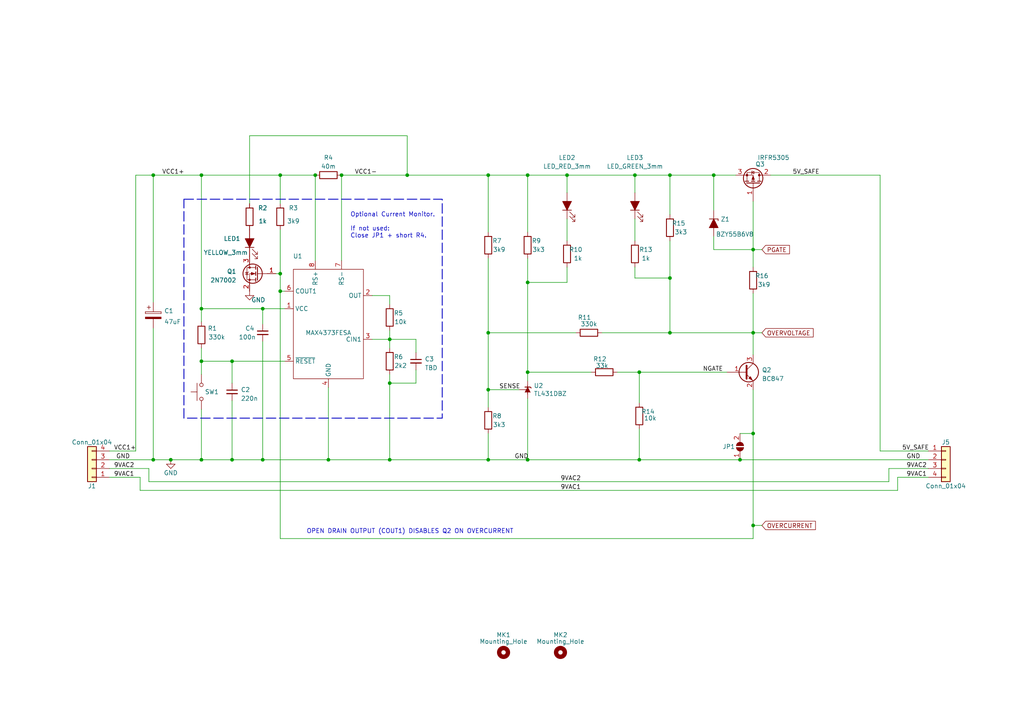
<source format=kicad_sch>
(kicad_sch (version 20230121) (generator eeschema)
  (paper "A4")
  (title_block (title "C64 Saver OCP") (date "2023-04-02") (rev "0.1"))
  (lib_symbols
    (symbol "C64Saver2-rescue:CP" (pin_numbers hide) (pin_names (offset 0.254))
      (property "Reference" "C" (at 0.635 2.54 0))
      (property "Value" "CP" (at 0.635 -2.54 0))
      (symbol "CP_0_1"
        (rectangle (start -2.286 0.508) (end -2.286 1.016))
        (rectangle (start -2.286 0.508) (end 2.286 0.508))
        (polyline (pts (xy -1.778 2.286) (xy -0.762 2.286)))
        (polyline (pts (xy -1.27 2.794) (xy -1.27 1.778)))
        (rectangle (start 2.286 -0.508) (end -2.286 -1.016) (fill (type outline)))
        (rectangle (start 2.286 1.016) (end -2.286 1.016))
        (rectangle (start 2.286 1.016) (end 2.286 0.508))
      )
      (symbol "CP_1_1"
        (pin passive line (at 0 3.81 270) (length 2.794) (name "~") (number "1"))
        (pin passive line (at 0 -3.81 90) (length 2.794) (name "~") (number "2"))
      )
    )
    (symbol "C64Saver2-rescue:Conn_01x04" (pin_names (offset 1.016) hide)
      (property "Reference" "J" (at 0 5.08 0))
      (property "Value" "Conn_01x04" (at 0 -7.62 0))
      (symbol "Conn_01x04_1_1"
        (rectangle (start -1.27 -4.953) (end 0 -5.207) (stroke (width 0.1524)))
        (rectangle (start -1.27 -2.413) (end 0 -2.667) (stroke (width 0.1524)))
        (rectangle (start -1.27 0.127) (end 0 -0.127) (stroke (width 0.1524)))
        (rectangle (start -1.27 2.667) (end 0 2.413) (stroke (width 0.1524)))
        (rectangle (start -1.27 3.81) (end 1.27 -6.35) (stroke (width 0.254)) (fill (type background)))
        (pin passive line (at -5.08 2.54 0) (length 3.81) (name "Pin_1") (number "1"))
        (pin passive line (at -5.08 0 0) (length 3.81) (name "Pin_2") (number "2"))
        (pin passive line (at -5.08 -2.54 0) (length 3.81) (name "Pin_3") (number "3"))
        (pin passive line (at -5.08 -5.08 0) (length 3.81) (name "Pin_4") (number "4"))
      )
    )
    (symbol "C64Saver2-rescue:D_Zener_ALT-Device" (pin_numbers hide) (pin_names (offset 1.016) hide)
      (property "Reference" "D" (at 0 2.54 0))
      (property "Value" "Device_D_Zener_ALT" (at 0 -2.54 0))
      (symbol "D_Zener_ALT-Device_0_1"
        (polyline (pts (xy 1.27 0) (xy -1.27 0)))
        (polyline (pts (xy -1.27 -1.27) (xy -1.27 1.27) (xy -0.762 1.27)) (stroke (width 0.2032)))
        (polyline (pts (xy 1.27 -1.27) (xy 1.27 1.27) (xy -1.27 0) (xy 1.27 -1.27)) (stroke (width 0.2032)) (fill (type outline)))
      )
      (symbol "D_Zener_ALT-Device_1_1"
        (pin passive line (at -3.81 0 0) (length 2.54) (name "K") (number "1"))
        (pin passive line (at 3.81 0 180) (length 2.54) (name "A") (number "2"))
      )
    )
    (symbol "C64Saver2-rescue:LED_ALT-Device" (pin_numbers hide) (pin_names (offset 1.016) hide)
      (property "Reference" "D" (at 0 2.54 0))
      (property "Value" "Device_LED_ALT" (at 0 -2.54 0))
      (symbol "LED_ALT-Device_0_1"
        (polyline (pts (xy -1.27 -1.27) (xy -1.27 1.27)) (stroke (width 0.2032)))
        (polyline (pts (xy -1.27 0) (xy 1.27 0)))
        (polyline (pts (xy 1.27 -1.27) (xy 1.27 1.27) (xy -1.27 0) (xy 1.27 -1.27)) (stroke (width 0.2032)) (fill (type outline)))
        (polyline (pts (xy -3.048 -0.762) (xy -4.572 -2.286) (xy -3.81 -2.286) (xy -4.572 -2.286) (xy -4.572 -1.524)))
        (polyline (pts (xy -1.778 -0.762) (xy -3.302 -2.286) (xy -2.54 -2.286) (xy -3.302 -2.286) (xy -3.302 -1.524)))
      )
      (symbol "LED_ALT-Device_1_1"
        (pin passive line (at -3.81 0 0) (length 2.54) (name "K") (number "1"))
        (pin passive line (at 3.81 0 180) (length 2.54) (name "A") (number "2"))
      )
    )
    (symbol "C64Saver2-rescue:MAX4373"
      (property "Reference" "U" (at 0 0 0))
      (symbol "MAX4373_0_1"
        (rectangle (start -10.16 17.78) (end 10.16 -13.97))
      )
      (symbol "MAX4373_1_1"
        (pin input line (at -12.7 6.35 0) (length 2.54) (name "VCC") (number "1"))
        (pin input line (at 12.7 10.16 180) (length 2.54) (name "OUT") (number "2"))
        (pin input line (at 12.7 -2.54 180) (length 2.54) (name "CIN1") (number "3"))
        (pin input line (at 0 -16.51 90) (length 2.54) (name "GND") (number "4"))
        (pin input line (at -12.7 -8.89 0) (length 2.54) (name "~{RESET}") (number "5"))
        (pin input line (at -12.7 11.43 0) (length 2.54) (name "COUT1") (number "6"))
        (pin input line (at 3.81 20.32 270) (length 2.54) (name "RS-") (number "7"))
        (pin input line (at -3.81 20.32 270) (length 2.54) (name "RS+") (number "8"))
      )
    )
    (symbol "C64Saver2-rescue:Mounting_Hole" (pin_names (offset 1.016))
      (property "Reference" "MK" (at 0 5.08 0))
      (property "Value" "Mounting_Hole" (at 0 3.175 0))
      (symbol "Mounting_Hole_0_1"
        (circle (center 0 0) (radius 1.27) (stroke (width 1.27)))
      )
    )
    (symbol "C64Saver2-rescue:Q_PMOS_GDS" (pin_names (offset 0) hide)
      (property "Reference" "Q" (at 5.08 1.27 0))
      (property "Value" "Q_PMOS_GDS" (at 5.08 -1.27 0))
      (symbol "Q_PMOS_GDS_0_1"
        (polyline (pts (xy 0.0508 0) (xy 0.254 0)))
        (polyline (pts (xy 0.762 -1.778) (xy 2.54 -1.778)))
        (polyline (pts (xy 0.762 -1.27) (xy 0.762 -2.286)) (stroke (width 0.254)))
        (polyline (pts (xy 0.762 0) (xy 2.54 0)))
        (polyline (pts (xy 0.762 0.508) (xy 0.762 -0.508)) (stroke (width 0.254)))
        (polyline (pts (xy 0.762 1.778) (xy 2.54 1.778)))
        (polyline (pts (xy 0.762 2.286) (xy 0.762 1.27)) (stroke (width 0.254)))
        (polyline (pts (xy 2.54 -1.778) (xy 2.54 -2.54)))
        (polyline (pts (xy 2.54 -1.778) (xy 2.54 0)))
        (polyline (pts (xy 2.54 2.54) (xy 2.54 1.778)))
        (polyline (pts (xy 0.254 1.905) (xy 0.254 -1.905) (xy 0.254 -1.905)) (stroke (width 0.254)))
        (polyline (pts (xy 2.286 0) (xy 1.27 -0.381) (xy 1.27 0.381) (xy 2.286 0)) (fill (type outline)))
        (polyline (pts (xy 2.54 -1.778) (xy 3.302 -1.778) (xy 3.302 1.778) (xy 2.54 1.778)))
        (polyline (pts (xy 2.794 -0.508) (xy 2.921 -0.381) (xy 3.683 -0.381) (xy 3.81 -0.254)))
        (polyline (pts (xy 3.302 -0.381) (xy 2.921 0.254) (xy 3.683 0.254) (xy 3.302 -0.381)))
        (circle (center 1.651 0) (radius 2.8194) (stroke (width 0.254)))
        (circle (center 2.54 -1.778) (radius 0.2794) (fill (type outline)))
        (circle (center 2.54 1.778) (radius 0.2794) (fill (type outline)))
      )
      (symbol "Q_PMOS_GDS_1_1"
        (pin input line (at -5.08 0 0) (length 5.08) (name "G") (number "1"))
        (pin passive line (at 2.54 5.08 270) (length 2.54) (name "D") (number "2"))
        (pin passive line (at 2.54 -5.08 90) (length 2.54) (name "S") (number "3"))
      )
    )
    (symbol "C64Saver2-rescue:R" (pin_numbers hide) (pin_names (offset 0))
      (property "Reference" "R" (at 2.032 0 90))
      (property "Value" "R" (at 0 0 90))
      (symbol "R_0_1"
        (rectangle (start -1.016 -2.54) (end 1.016 2.54) (stroke (width 0.254)))
      )
      (symbol "R_1_1"
        (pin passive line (at 0 3.81 270) (length 1.27) (name "~") (number "1"))
        (pin passive line (at 0 -3.81 90) (length 1.27) (name "~") (number "2"))
      )
    )
    (symbol "Device:C_Small" (pin_numbers hide) (pin_names (offset 0.254) hide)
      (property "Reference" "C" (at 0.254 1.778 0))
      (property "Value" "C_Small" (at 0.254 -2.032 0))
      (symbol "C_Small_0_1"
        (polyline (pts (xy -1.524 -0.508) (xy 1.524 -0.508)) (stroke (width 0.3302)))
        (polyline (pts (xy -1.524 0.508) (xy 1.524 0.508)) (stroke (width 0.3048)))
      )
      (symbol "C_Small_1_1"
        (pin passive line (at 0 2.54 270) (length 2.032) (name "~") (number "1"))
        (pin passive line (at 0 -2.54 90) (length 2.032) (name "~") (number "2"))
      )
    )
    (symbol "Jumper:SolderJumper_2_Open" (pin_names (offset 0) hide)
      (property "Reference" "JP" (at 0 2.032 0))
      (property "Value" "SolderJumper_2_Open" (at 0 -2.54 0))
      (symbol "SolderJumper_2_Open_0_1"
        (arc (start -0.254 1.016) (mid -1.2656 0) (end -0.254 -1.016))
        (arc (start -0.254 1.016) (mid -1.2656 0) (end -0.254 -1.016) (fill (type outline)))
        (polyline (pts (xy -0.254 1.016) (xy -0.254 -1.016)))
        (polyline (pts (xy 0.254 1.016) (xy 0.254 -1.016)))
        (arc (start 0.254 -1.016) (mid 1.2656 0) (end 0.254 1.016))
        (arc (start 0.254 -1.016) (mid 1.2656 0) (end 0.254 1.016) (fill (type outline)))
      )
      (symbol "SolderJumper_2_Open_1_1"
        (pin passive line (at -3.81 0 0) (length 2.54) (name "A") (number "1"))
        (pin passive line (at 3.81 0 180) (length 2.54) (name "B") (number "2"))
      )
    )
    (symbol "Reference_Voltage:TL431DBZ" (pin_numbers hide) (pin_names hide)
      (property "Reference" "U" (at -2.54 2.54 0))
      (property "Value" "TL431DBZ" (at 0 -2.54 0))
      (symbol "TL431DBZ_0_1"
        (polyline (pts (xy -1.27 0) (xy 0 0) (xy 1.27 0)))
        (polyline (pts (xy -0.762 0.762) (xy 0.762 0) (xy -0.762 -0.762)) (fill (type outline)))
        (polyline (pts (xy 0.508 -1.016) (xy 0.762 -0.762) (xy 0.762 0.762) (xy 0.762 0.762)) (stroke (width 0.254)))
      )
      (symbol "TL431DBZ_1_1"
        (pin passive line (at 2.54 0 180) (length 2.54) (name "K") (number "1"))
        (pin passive line (at 0 2.54 270) (length 2.54) (name "REF") (number "2"))
        (pin passive line (at -2.54 0 0) (length 2.54) (name "A") (number "3"))
      )
    )
    (symbol "Switch:SW_Push" (pin_numbers hide) (pin_names (offset 1.016) hide)
      (property "Reference" "SW" (at 1.27 2.54 0))
      (property "Value" "SW_Push" (at 0 -1.524 0))
      (symbol "SW_Push_0_1"
        (circle (center -2.032 0) (radius 0.508))
        (polyline (pts (xy 0 1.27) (xy 0 3.048)))
        (polyline (pts (xy 2.54 1.27) (xy -2.54 1.27)))
        (circle (center 2.032 0) (radius 0.508))
        (pin passive line (at -5.08 0 0) (length 2.54) (name "1") (number "1"))
        (pin passive line (at 5.08 0 180) (length 2.54) (name "2") (number "2"))
      )
    )
    (symbol "Transistor_BJT:BC847" (pin_names (offset 0) hide)
      (property "Reference" "Q" (at 5.08 1.905 0))
      (property "Value" "BC847" (at 5.08 0 0))
      (symbol "BC847_0_1"
        (polyline (pts (xy 0.635 0.635) (xy 2.54 2.54)))
        (polyline (pts (xy 0.635 -0.635) (xy 2.54 -2.54) (xy 2.54 -2.54)))
        (polyline (pts (xy 0.635 1.905) (xy 0.635 -1.905) (xy 0.635 -1.905)) (stroke (width 0.508)))
        (polyline (pts (xy 1.27 -1.778) (xy 1.778 -1.27) (xy 2.286 -2.286) (xy 1.27 -1.778) (xy 1.27 -1.778)) (fill (type outline)))
        (circle (center 1.27 0) (radius 2.8194) (stroke (width 0.254)))
      )
      (symbol "BC847_1_1"
        (pin input line (at -5.08 0 0) (length 5.715) (name "B") (number "1"))
        (pin passive line (at 2.54 -5.08 90) (length 2.54) (name "E") (number "2"))
        (pin passive line (at 2.54 5.08 270) (length 2.54) (name "C") (number "3"))
      )
    )
    (symbol "Transistor_FET:2N7002" (pin_names hide)
      (property "Reference" "Q" (at 5.08 1.905 0))
      (property "Value" "2N7002" (at 5.08 0 0))
      (symbol "2N7002_0_1"
        (polyline (pts (xy 0.254 0) (xy -2.54 0)))
        (polyline (pts (xy 0.254 1.905) (xy 0.254 -1.905)) (stroke (width 0.254)))
        (polyline (pts (xy 0.762 -1.27) (xy 0.762 -2.286)) (stroke (width 0.254)))
        (polyline (pts (xy 0.762 0.508) (xy 0.762 -0.508)) (stroke (width 0.254)))
        (polyline (pts (xy 0.762 2.286) (xy 0.762 1.27)) (stroke (width 0.254)))
        (polyline (pts (xy 2.54 2.54) (xy 2.54 1.778)))
        (polyline (pts (xy 2.54 -2.54) (xy 2.54 0) (xy 0.762 0)))
        (polyline (pts (xy 0.762 -1.778) (xy 3.302 -1.778) (xy 3.302 1.778) (xy 0.762 1.778)))
        (polyline (pts (xy 1.016 0) (xy 2.032 0.381) (xy 2.032 -0.381) (xy 1.016 0)) (fill (type outline)))
        (polyline (pts (xy 2.794 0.508) (xy 2.921 0.381) (xy 3.683 0.381) (xy 3.81 0.254)))
        (polyline (pts (xy 3.302 0.381) (xy 2.921 -0.254) (xy 3.683 -0.254) (xy 3.302 0.381)))
        (circle (center 1.651 0) (radius 2.794) (stroke (width 0.254)))
        (circle (center 2.54 -1.778) (radius 0.254) (fill (type outline)))
        (circle (center 2.54 1.778) (radius 0.254) (fill (type outline)))
      )
      (symbol "2N7002_1_1"
        (pin input line (at -5.08 0 0) (length 2.54) (name "G") (number "1"))
        (pin passive line (at 2.54 -5.08 90) (length 2.54) (name "S") (number "2"))
        (pin passive line (at 2.54 5.08 270) (length 2.54) (name "D") (number "3"))
      )
    )
    (symbol "power:GND" (power) (pin_names (offset 0))
      (property "Value" "GND" (at 0 -3.81 0))
      (symbol "GND_0_1"
        (polyline (pts (xy 0 0) (xy 0 -1.27) (xy 1.27 -1.27) (xy 0 -2.54) (xy -1.27 -1.27) (xy 0 -1.27)))
      )
      (symbol "GND_1_1"
        (pin power_in line (at 0 0 270) (length 0) hide (name "GND") (number "1"))
      )
    )
  )
  (junction (at 153.035 133.35))
  (junction (at 118.11 50.8))
  (junction (at 81.28 84.455))
  (junction (at 58.42 104.775))
  (junction (at 67.31 104.775))
  (junction (at 185.42 107.95))
  (junction (at 58.42 89.535))
  (junction (at 81.28 79.375))
  (junction (at 153.035 107.95))
  (junction (at 194.31 96.52))
  (junction (at 91.44 50.8))
  (junction (at 185.42 133.35))
  (junction (at 76.2 133.35))
  (junction (at 153.035 81.915))
  (junction (at 113.03 133.35))
  (junction (at 218.44 72.39))
  (junction (at 49.53 133.35))
  (junction (at 113.03 98.425))
  (junction (at 153.035 50.8))
  (junction (at 218.44 152.4))
  (junction (at 218.44 96.52))
  (junction (at 99.06 50.8))
  (junction (at 81.28 50.8))
  (junction (at 194.31 50.8))
  (junction (at 207.01 50.8))
  (junction (at 194.31 80.645))
  (junction (at 218.44 125.73))
  (junction (at 164.465 50.8))
  (junction (at 214.63 133.35))
  (junction (at 44.45 133.35))
  (junction (at 58.42 50.8))
  (junction (at 76.2 89.535))
  (junction (at 58.42 133.35))
  (junction (at 113.03 111.125))
  (junction (at 141.605 113.03))
  (junction (at 95.25 133.35))
  (junction (at 141.605 96.52))
  (junction (at 141.605 133.35))
  (junction (at 44.45 50.8))
  (junction (at 184.15 50.8))
  (junction (at 67.31 133.35))
  (junction (at 141.605 50.8))
  (wire (pts (xy 184.15 50.8) (xy 184.15 55.88)))
  (wire (pts (xy 31.75 138.43) (xy 40.64 138.43)))
  (wire (pts (xy 43.18 135.89) (xy 31.75 135.89)))
  (wire (pts (xy 113.03 98.425) (xy 113.03 100.965)))
  (wire (pts (xy 40.64 138.43) (xy 40.64 142.24)))
  (wire (pts (xy 255.27 130.81) (xy 269.24 130.81)))
  (wire (pts (xy 76.2 133.35) (xy 95.25 133.35)))
  (wire (pts (xy 31.75 133.35) (xy 44.45 133.35)))
  (wire (pts (xy 58.42 104.775) (xy 67.31 104.775)))
  (wire (pts (xy 81.28 50.8) (xy 91.44 50.8)))
  (wire (pts (xy 49.53 133.35) (xy 58.42 133.35)))
  (wire (pts (xy 141.605 74.93) (xy 141.605 96.52)))
  (wire (pts (xy 58.42 89.535) (xy 58.42 93.345)))
  (wire (pts (xy 120.65 111.125) (xy 113.03 111.125)))
  (wire (pts (xy 164.465 63.5) (xy 164.465 69.85)))
  (wire (pts (xy 255.27 50.8) (xy 255.27 130.81)))
  (wire (pts (xy 44.45 95.25) (xy 44.45 133.35)))
  (wire (pts (xy 184.15 50.8) (xy 194.31 50.8)))
  (wire (pts (xy 153.035 50.8) (xy 164.465 50.8)))
  (wire (pts (xy 44.45 50.8) (xy 58.42 50.8)))
  (wire (pts (xy 194.31 50.8) (xy 207.01 50.8)))
  (wire (pts (xy 257.81 139.7) (xy 257.81 135.89)))
  (wire (pts (xy 223.52 50.8) (xy 255.27 50.8)))
  (wire (pts (xy 39.37 50.8) (xy 44.45 50.8)))
  (wire (pts (xy 141.605 133.35) (xy 153.035 133.35)))
  (wire (pts (xy 58.42 89.535) (xy 76.2 89.535)))
  (wire (pts (xy 141.605 50.8) (xy 153.035 50.8)))
  (wire (pts (xy 174.625 96.52) (xy 194.31 96.52)))
  (wire (pts (xy 76.2 99.06) (xy 76.2 133.35)))
  (wire (pts (xy 76.2 89.535) (xy 82.55 89.535)))
  (wire (pts (xy 207.01 68.58) (xy 207.01 72.39)))
  (wire (pts (xy 39.37 50.8) (xy 39.37 130.81)))
  (wire (pts (xy 141.605 113.03) (xy 150.495 113.03)))
  (wire (pts (xy 58.42 50.8) (xy 81.28 50.8)))
  (wire (pts (xy 58.42 104.775) (xy 58.42 108.585)))
  (wire (pts (xy 218.44 156.21) (xy 218.44 152.4)))
  (wire (pts (xy 141.605 113.03) (xy 141.605 118.11)))
  (wire (pts (xy 153.035 115.57) (xy 153.035 133.35)))
  (wire (pts (xy 184.15 63.5) (xy 184.15 69.85)))
  (wire (pts (xy 67.31 133.35) (xy 76.2 133.35)))
  (wire (pts (xy 164.465 50.8) (xy 184.15 50.8)))
  (wire (pts (xy 80.01 79.375) (xy 81.28 79.375)))
  (wire (pts (xy 164.465 77.47) (xy 164.465 81.915)))
  (wire (pts (xy 141.605 50.8) (xy 141.605 67.31)))
  (wire (pts (xy 207.01 50.8) (xy 213.36 50.8)))
  (wire (pts (xy 58.42 118.745) (xy 58.42 133.35)))
  (wire (pts (xy 153.035 107.95) (xy 171.45 107.95)))
  (wire (pts (xy 81.28 50.8) (xy 81.28 59.055)))
  (wire (pts (xy 218.44 113.03) (xy 218.44 125.73)))
  (wire (pts (xy 95.25 133.35) (xy 113.03 133.35)))
  (wire (pts (xy 194.31 96.52) (xy 218.44 96.52)))
  (wire (pts (xy 141.605 133.35) (xy 141.605 125.73)))
  (wire (pts (xy 72.39 39.37) (xy 118.11 39.37)))
  (wire (pts (xy 185.42 116.84) (xy 185.42 107.95)))
  (wire (pts (xy 81.28 66.675) (xy 81.28 79.375)))
  (wire (pts (xy 58.42 133.35) (xy 67.31 133.35)))
  (wire (pts (xy 194.31 50.8) (xy 194.31 62.23)))
  (wire (pts (xy 207.01 50.8) (xy 207.01 60.96)))
  (wire (pts (xy 99.06 50.8) (xy 118.11 50.8)))
  (wire (pts (xy 218.44 96.52) (xy 218.44 102.87)))
  (wire (pts (xy 218.44 152.4) (xy 220.98 152.4)))
  (wire (pts (xy 214.63 133.35) (xy 269.24 133.35)))
  (wire (pts (xy 76.2 89.535) (xy 76.2 93.98)))
  (wire (pts (xy 207.01 72.39) (xy 218.44 72.39)))
  (wire (pts (xy 214.63 125.73) (xy 218.44 125.73)))
  (wire (pts (xy 44.45 133.35) (xy 49.53 133.35)))
  (wire (pts (xy 43.18 139.7) (xy 257.81 139.7)))
  (wire (pts (xy 218.44 96.52) (xy 220.98 96.52)))
  (wire (pts (xy 153.035 81.915) (xy 164.465 81.915)))
  (wire (pts (xy 141.605 96.52) (xy 141.605 113.03)))
  (wire (pts (xy 43.18 139.7) (xy 43.18 135.89)))
  (wire (pts (xy 120.65 107.315) (xy 120.65 111.125)))
  (wire (pts (xy 185.42 124.46) (xy 185.42 133.35)))
  (wire (pts (xy 153.035 81.915) (xy 153.035 107.95)))
  (wire (pts (xy 260.35 138.43) (xy 269.24 138.43)))
  (wire (pts (xy 218.44 152.4) (xy 218.44 125.73)))
  (wire (pts (xy 218.44 85.09) (xy 218.44 96.52)))
  (wire (pts (xy 194.31 69.85) (xy 194.31 80.645)))
  (wire (pts (xy 153.035 133.35) (xy 185.42 133.35)))
  (wire (pts (xy 72.39 59.055) (xy 72.39 39.37)))
  (wire (pts (xy 81.28 84.455) (xy 81.28 156.21)))
  (wire (pts (xy 113.03 111.125) (xy 113.03 133.35)))
  (wire (pts (xy 185.42 107.95) (xy 210.82 107.95)))
  (wire (pts (xy 39.37 130.81) (xy 31.75 130.81)))
  (wire (pts (xy 67.31 116.205) (xy 67.31 133.35)))
  (wire (pts (xy 184.15 80.645) (xy 194.31 80.645)))
  (wire (pts (xy 113.03 108.585) (xy 113.03 111.125)))
  (wire (pts (xy 67.31 104.775) (xy 82.55 104.775)))
  (wire (pts (xy 185.42 133.35) (xy 214.63 133.35)))
  (wire (pts (xy 120.65 102.235) (xy 120.65 98.425)))
  (wire (pts (xy 257.81 135.89) (xy 269.24 135.89)))
  (wire (pts (xy 58.42 100.965) (xy 58.42 104.775)))
  (wire (pts (xy 184.15 77.47) (xy 184.15 80.645)))
  (wire (pts (xy 99.06 50.8) (xy 99.06 75.565)))
  (wire (pts (xy 153.035 107.95) (xy 153.035 110.49)))
  (wire (pts (xy 107.95 98.425) (xy 113.03 98.425)))
  (wire (pts (xy 194.31 80.645) (xy 194.31 96.52)))
  (wire (pts (xy 95.25 112.395) (xy 95.25 133.35)))
  (wire (pts (xy 120.65 98.425) (xy 113.03 98.425)))
  (wire (pts (xy 118.11 50.8) (xy 141.605 50.8)))
  (wire (pts (xy 81.28 84.455) (xy 82.55 84.455)))
  (wire (pts (xy 113.03 85.725) (xy 107.95 85.725)))
  (wire (pts (xy 44.45 50.8) (xy 44.45 87.63)))
  (wire (pts (xy 113.03 133.35) (xy 141.605 133.35)))
  (wire (pts (xy 141.605 96.52) (xy 167.005 96.52)))
  (wire (pts (xy 260.35 142.24) (xy 260.35 138.43)))
  (wire (pts (xy 40.64 142.24) (xy 260.35 142.24)))
  (wire (pts (xy 67.31 104.775) (xy 67.31 111.125)))
  (wire (pts (xy 118.11 39.37) (xy 118.11 50.8)))
  (wire (pts (xy 81.28 79.375) (xy 81.28 84.455)))
  (wire (pts (xy 113.03 95.885) (xy 113.03 98.425)))
  (wire (pts (xy 218.44 72.39) (xy 218.44 77.47)))
  (wire (pts (xy 153.035 50.8) (xy 153.035 67.31)))
  (wire (pts (xy 164.465 50.8) (xy 164.465 55.88)))
  (wire (pts (xy 179.07 107.95) (xy 185.42 107.95)))
  (wire (pts (xy 113.03 88.265) (xy 113.03 85.725)))
  (wire (pts (xy 58.42 50.8) (xy 58.42 89.535)))
  (wire (pts (xy 81.28 156.21) (xy 218.44 156.21)))
  (wire (pts (xy 218.44 72.39) (xy 220.98 72.39)))
  (wire (pts (xy 91.44 50.8) (xy 91.44 75.565)))
  (wire (pts (xy 153.035 74.93) (xy 153.035 81.915)))
  (wire (pts (xy 218.44 58.42) (xy 218.44 72.39)))
  (rectangle (start 53.34 57.785) (end 128.27 121.285) (stroke (width 0.254) (type dash)))
  (text "OPEN DRAIN OUTPUT (COUT1) DISABLES Q2 ON OVERCURRENT" (at 88.9 154.94 0) (effects (font (size 1.27 1.27)) (justify left bottom)))
  (text "Optional Current Monitor.\n\nIf not used:\nClose JP1 + short R4." (at 101.6 69.215 0) (effects (font (size 1.27 1.27)) (justify left bottom)))
  (label "NGATE" (at 203.835 107.95 0) (effects (font (size 1.2446 1.2446))))
  (label "9VAC2" (at 33.02 135.89 0) (effects (font (size 1.2446 1.2446))))
  (label "9VAC1" (at 162.56 142.24 0) (effects (font (size 1.2446 1.2446))))
  (label "GND" (at 262.89 133.35 0))
  (label "GND" (at 149.225 133.35 0))
  (label "VCC1+" (at 46.99 50.8 0) (effects (font (size 1.2446 1.2446))))
  (label "9VAC2" (at 262.89 135.89 0) (effects (font (size 1.2446 1.2446))))
  (label "9VAC1" (at 262.89 138.43 0) (effects (font (size 1.2446 1.2446))))
  (label "SENSE" (at 144.78 113.03 0) (effects (font (size 1.2446 1.2446))))
  (label "5V_SAFE" (at 261.62 130.81 0) (effects (font (size 1.2446 1.2446))))
  (label "GND" (at 33.655 133.35 0))
  (label "VCC1-" (at 102.87 50.8 0) (effects (font (size 1.2446 1.2446))))
  (label "9VAC1" (at 33.02 138.43 0) (effects (font (size 1.2446 1.2446))))
  (label "5V_SAFE" (at 229.87 50.8 0) (effects (font (size 1.2446 1.2446))))
  (label "9VAC2" (at 162.56 139.7 0) (effects (font (size 1.2446 1.2446))))
  (label "VCC1+" (at 33.02 130.81 0) (effects (font (size 1.2446 1.2446))))
  (global_label "OVERCURRENT" (shape input) (at 220.98 152.4 0) (effects (font (size 1.2446 1.2446))) (property "Intersheetrefs" "${INTERSHEET_REFS}" (effects hide)))
  (global_label "PGATE" (shape input) (at 220.98 72.39 0) (effects (font (size 1.2446 1.2446))) (property "Intersheetrefs" "${INTERSHEET_REFS}" (effects hide)))
  (global_label "OVERVOLTAGE" (shape input) (at 220.98 96.52 0) (effects (font (size 1.2446 1.2446))) (property "Intersheetrefs" "${INTERSHEET_REFS}" (effects hide)))
  (symbol (lib_id "C64Saver2-rescue:CP") (at 44.45 91.44 0) (unit 1)
    (property "Reference" "C1" (at 47.625 90.17 0) (effects (justify left)))
    (property "Value" "47uF" (at 47.625 93.345 0) (effects (justify left)))
    (property "Footprint" "Capacitor_SMD:CP_Elec_6.3x5.4" (effects hide))
    (property "Digi-Key" "493-3935-1-ND" (effects hide))
  )
  (symbol (lib_id "C64Saver2-rescue:R") (at 141.605 71.12 0) (unit 1)
    (property "Reference" "R7" (at 144.145 69.85 0))
    (property "Value" "3k9" (at 144.78 72.39 0))
    (property "Footprint" "Resistor_SMD:R_0603_1608Metric" (effects hide))
    (property "Digi-Key" "P3.9KGCT-ND" (effects hide))
  )
  (symbol (lib_id "C64Saver2-rescue:Conn_01x04") (at 274.32 133.35 0) (unit 1)
    (property "Reference" "J5" (at 274.32 128.27 0))
    (property "Value" "Conn_01x04" (at 274.32 140.97 0))
    (property "Footprint" "TerminalBlock:TerminalBlock_bornier-4_P5.08mm" (effects hide))
    (property "Digi-Key" "Not used" (effects hide))
  )
  (symbol (lib_id "C64Saver2-rescue:Conn_01x04") (at 26.67 135.89 180) (unit 1)
    (property "Reference" "J1" (at 26.67 140.97 0))
    (property "Value" "Conn_01x04" (at 26.67 128.27 0))
    (property "Footprint" "TerminalBlock:TerminalBlock_bornier-4_P5.08mm" (effects hide))
    (property "Digi-Key" "Not used" (effects hide))
  )
  (symbol (lib_id "C64Saver2-rescue:R") (at 141.605 121.92 0) (unit 1)
    (property "Reference" "R8" (at 144.145 120.65 0))
    (property "Value" "3k3" (at 144.78 123.19 0))
    (property "Footprint" "Resistor_SMD:R_0603_1608Metric" (effects hide))
    (property "Digi-Key" "P3.3KGCT-ND" (effects hide))
  )
  (symbol (lib_id "C64Saver2-rescue:R") (at 153.035 71.12 0) (unit 1)
    (property "Reference" "R9" (at 155.575 69.85 0))
    (property "Value" "3k3" (at 156.21 72.39 0))
    (property "Footprint" "Resistor_SMD:R_0603_1608Metric" (effects hide))
    (property "Digi-Key" "P3.3KGCT-ND" (effects hide))
  )
  (symbol (lib_id "C64Saver2-rescue:R") (at 218.44 81.28 0) (unit 1)
    (property "Reference" "R16" (at 220.98 80.01 0))
    (property "Value" "3k9" (at 221.615 82.55 0))
    (property "Footprint" "Resistor_SMD:R_0603_1608Metric" (effects hide))
    (property "Digi-Key" "P3.9KGCT-ND" (effects hide))
  )
  (symbol (lib_id "C64Saver2-rescue:R") (at 194.31 66.04 0) (unit 1)
    (property "Reference" "R15" (at 196.85 64.77 0))
    (property "Value" "3k3" (at 197.485 67.31 0))
    (property "Footprint" "Resistor_SMD:R_0603_1608Metric" (effects hide))
    (property "Digi-Key" "P3.3KGCT-ND" (effects hide))
  )
  (symbol (lib_id "C64Saver2-rescue:R") (at 170.815 96.52 90) (unit 1)
    (property "Reference" "R11" (at 169.545 92.075 90))
    (property "Value" "330k" (at 170.815 93.98 90))
    (property "Footprint" "Resistor_SMD:R_0603_1608Metric" (effects hide))
    (property "Digi-Key" "P330KGCT-ND" (effects hide))
  )
  (symbol (lib_id "power:GND") (at 49.53 133.35 0) (unit 1)
    (property "Reference" "#PWR01" (effects hide))
    (property "Value" "GND" (at 49.53 137.16 0))
  )
  (symbol (lib_id "C64Saver2-rescue:Mounting_Hole") (at 146.05 189.23 0) (unit 1) (in_bom no)
    (property "Reference" "MK1" (at 146.05 184.15 0))
    (property "Value" "Mounting_Hole" (at 146.05 186.055 0))
    (property "Footprint" "Mounting_Holes:MountingHole_2.5mm" (effects hide))
  )
  (symbol (lib_id "C64Saver2-rescue:Mounting_Hole") (at 162.56 189.23 0) (unit 1) (in_bom no)
    (property "Reference" "MK2" (at 162.56 184.15 0))
    (property "Value" "Mounting_Hole" (at 162.56 186.055 0))
    (property "Footprint" "Mounting_Holes:MountingHole_2.5mm" (effects hide))
  )
  (symbol (lib_id "C64Saver2-rescue:Q_PMOS_GDS") (at 218.44 53.34 270) (mirror x) (unit 1)
    (property "Reference" "Q3" (at 219.075 47.625 90) (effects (justify left)))
    (property "Value" "IRFR5305" (at 219.71 45.72 90) (effects (justify left)))
    (property "Footprint" "Package_TO_SOT_SMD:ATPAK-2" (effects hide))
    (property "Digi-Key" "IRFR5305TRLPBFCT-ND" (effects hide))
  )
  (symbol (lib_id "C64Saver2-rescue:R") (at 175.26 107.95 90) (unit 1)
    (property "Reference" "R12" (at 173.99 104.14 90))
    (property "Value" "33k" (at 174.625 106.045 90))
    (property "Footprint" "Resistor_SMD:R_0603_1608Metric" (effects hide))
    (property "Digi-Key" "P33KGCT-ND" (effects hide))
  )
  (symbol (lib_id "C64Saver2-rescue:R") (at 185.42 120.65 0) (unit 1)
    (property "Reference" "R14" (at 187.96 119.38 0))
    (property "Value" "10k" (at 188.595 121.285 0))
    (property "Footprint" "Resistor_SMD:R_0603_1608Metric" (effects hide))
    (property "Digi-Key" "P10.0KHCT-ND" (effects hide))
  )
  (symbol (lib_id "C64Saver2-rescue:R") (at 164.465 73.66 0) (unit 1)
    (property "Reference" "R10" (at 167.005 72.39 0))
    (property "Value" "1k" (at 167.64 74.93 0))
    (property "Footprint" "Resistor_SMD:R_0603_1608Metric" (effects hide))
    (property "Digi-Key" "P1.00KHCT-ND" (effects hide))
  )
  (symbol (lib_id "C64Saver2-rescue:R") (at 184.15 73.66 180) (unit 1)
    (property "Reference" "R13" (at 187.325 72.39 0))
    (property "Value" "1k" (at 187.325 74.93 0))
    (property "Footprint" "Resistor_SMD:R_0603_1608Metric" (effects hide))
    (property "Digi-Key" "P1.00KHCT-ND" (effects hide))
  )
  (symbol (lib_id "Reference_Voltage:TL431DBZ") (at 153.035 113.03 90) (unit 1)
    (property "Reference" "U2" (at 154.813 111.8616 90) (effects (justify right)))
    (property "Value" "TL431DBZ" (at 154.813 114.173 90) (effects (justify right)))
    (property "Footprint" "Package_TO_SOT_SMD:SOT-23" (effects hide))
    (property "Datasheet" "http://www.ti.com/lit/ds/symlink/tl431.pdf" (effects hide))
    (property "Digi-Key" "296-26721-1-ND" (effects hide))
  )
  (symbol (lib_id "C64Saver2-rescue:D_Zener_ALT-Device") (at 207.01 64.77 270) (unit 1)
    (property "Reference" "Z1" (at 209.0166 63.6016 90) (effects (justify left)))
    (property "Value" "BZY55B6V8" (at 207.645 67.945 90) (effects (justify left)))
    (property "Footprint" "Diode_SMD:D_0805_2012Metric_Pad1.15x1.40mm_HandSolder" (effects hide))
    (property "Digi-Key" "1727-3668-1-ND" (effects hide))
  )
  (symbol (lib_id "C64Saver2-rescue:LED_ALT-Device") (at 184.15 59.69 90) (unit 1)
    (property "Reference" "LED3" (at 184.15 45.72 90))
    (property "Value" "LED_GREEN_3mm" (at 184.15 48.26 90))
    (property "Footprint" "LED_THT:LED_D3.0mm" (effects hide))
    (property "Digi-Key" "160-1142-ND" (effects hide))
  )
  (symbol (lib_id "C64Saver2-rescue:LED_ALT-Device") (at 164.465 59.69 90) (unit 1)
    (property "Reference" "LED2" (at 164.465 45.72 90))
    (property "Value" "LED_RED_3mm" (at 164.465 48.26 90))
    (property "Footprint" "LED_THT:LED_D3.0mm" (effects hide))
    (property "Digi-Key" "160-1956-ND" (effects hide))
  )
  (symbol (lib_id "C64Saver2-rescue:LED_ALT-Device") (at 72.39 70.485 90) (unit 1)
    (property "Reference" "LED1" (at 67.31 69.215 90))
    (property "Value" "YELLOW_3mm" (at 65.4683 73.246 90))
    (property "Footprint" "LED_THT:LED_D3.0mm" (effects hide))
    (property "Digi-Key" "160-1968-ND" (effects hide))
  )
  (symbol (lib_id "C64Saver2-rescue:R") (at 72.39 62.865 0) (unit 1)
    (property "Reference" "R2" (at 76.2 60.325 0))
    (property "Value" "1k" (at 76.2 64.135 0))
    (property "Footprint" "Resistor_SMD:R_0603_1608Metric" (effects hide))
    (property "Digi-Key" "P1.00KHCT-ND" (effects hide))
  )
  (symbol (lib_id "Device:C_Small") (at 120.65 104.775 0) (unit 1)
    (property "Reference" "C3" (at 123.19 104.1463 0) (effects (justify left)))
    (property "Value" "TBD" (at 123.19 106.6863 0) (effects (justify left)))
    (property "Footprint" "Capacitor_SMD:C_0603_1608Metric" (effects hide))
  )
  (symbol (lib_id "C64Saver2-rescue:R") (at 81.28 62.865 0) (unit 1)
    (property "Reference" "R3" (at 85.09 60.325 0))
    (property "Value" "3k9" (at 85.09 64.135 0))
    (property "Footprint" "Resistor_SMD:R_0603_1608Metric" (effects hide))
    (property "Digi-Key" "P3.9KGCT-ND" (effects hide))
  )
  (symbol (lib_id "C64Saver2-rescue:MAX4373") (at 95.25 95.885 0) (unit 1)
    (property "Reference" "U1" (at 86.36 74.295 0))
    (property "Value" "MAX4373FESA" (at 95.25 96.52 0))
    (property "Footprint" "Package_SO:SOIC-8_3.9x4.9mm_P1.27mm" (effects hide))
    (property "Digi-Key" "MAX4373FESA+-ND" (effects hide))
  )
  (symbol (lib_id "Device:C_Small") (at 76.2 96.52 0) (unit 1)
    (property "Reference" "C4" (at 71.12 95.25 0) (effects (justify left)))
    (property "Value" "100n" (at 69.215 97.79 0) (effects (justify left)))
    (property "Footprint" "Capacitor_SMD:C_0603_1608Metric" (effects hide))
    (property "Digi-Key" "1276-1986-1-ND" (effects hide))
  )
  (symbol (lib_id "Transistor_FET:2N7002") (at 74.93 79.375 0) (mirror y) (unit 1)
    (property "Reference" "Q1" (at 68.58 78.74 0) (effects (justify left)))
    (property "Value" "2N7002" (at 68.58 81.28 0) (effects (justify left)))
    (property "Footprint" "Package_TO_SOT_SMD:SOT-23" (effects hide))
    (property "Datasheet" "https://www.onsemi.com/pub/Collateral/NDS7002A-D.PDF" (effects hide))
    (property "Digi-Key" "1727-8643-1-ND" (effects hide))
  )
  (symbol (lib_id "C64Saver2-rescue:R") (at 58.42 97.155 0) (unit 1)
    (property "Reference" "R1" (at 61.595 95.25 0))
    (property "Value" "330k" (at 62.865 97.79 0))
    (property "Footprint" "Resistor_SMD:R_0603_1608Metric" (effects hide))
    (property "Digi-Key" "P330KGCT-ND" (effects hide))
  )
  (symbol (lib_id "C64Saver2-rescue:R") (at 95.25 50.8 90) (unit 1)
    (property "Reference" "R4" (at 95.25 45.72 90))
    (property "Value" "40m" (at 95.25 48.26 90))
    (property "Footprint" "Resistor_SMD:R_2512_6332Metric" (effects hide))
    (property "Digi-Key" "1712-TLRP3A30WR040FTECT-ND" (effects hide))
  )
  (symbol (lib_id "Device:C_Small") (at 67.31 113.665 0) (unit 1)
    (property "Reference" "C2" (at 69.85 113.0363 0) (effects (justify left)))
    (property "Value" "220n" (at 69.85 115.5763 0) (effects (justify left)))
    (property "Footprint" "Capacitor_SMD:C_0603_1608Metric" (effects hide))
    (property "Digi-Key" "1276-1986-1-ND" (effects hide))
  )
  (symbol (lib_id "Transistor_BJT:BC847") (at 215.9 107.95 0) (unit 1)
    (property "Reference" "Q2" (at 220.98 107.315 0) (effects (justify left)))
    (property "Value" "BC847" (at 220.98 109.855 0) (effects (justify left)))
    (property "Footprint" "Package_TO_SOT_SMD:SOT-23" (effects hide))
    (property "Datasheet" "http://www.infineon.com/dgdl/Infineon-BC847SERIES_BC848SERIES_BC849SERIES_BC850SERIES-DS-v01_01-en.pdf?fileId=db3a304314dca389011541d4630a1657" (effects hide))
    (property "Digi-Key" "1727-2921-1-ND" (effects hide))
  )
  (symbol (lib_id "C64Saver2-rescue:R") (at 113.03 92.075 0) (unit 1)
    (property "Reference" "R5" (at 115.57 90.805 0))
    (property "Value" "10k" (at 116.205 93.345 0))
    (property "Footprint" "Resistor_SMD:R_0603_1608Metric" (effects hide))
    (property "Digi-Key" "P10.0KHCT-ND" (effects hide))
  )
  (symbol (lib_id "power:GND") (at 72.39 84.455 0) (unit 1)
    (property "Reference" "#PWR02" (effects hide))
    (property "Value" "GND" (at 74.93 86.995 0))
  )
  (symbol (lib_id "Jumper:SolderJumper_2_Open") (at 214.63 129.54 90) (unit 1) (in_bom no)
    (property "Reference" "JP1" (at 209.55 129.54 90) (effects (justify right)))
    (property "Value" "SolderJumper_2_Open" (effects hide))
    (property "Footprint" "Jumper:SolderJumper-2_P1.3mm_Open_RoundedPad1.0x1.5mm" (effects hide))
  )
  (symbol (lib_id "C64Saver2-rescue:R") (at 113.03 104.775 0) (unit 1)
    (property "Reference" "R6" (at 115.57 103.505 0))
    (property "Value" "2k2" (at 116.205 106.045 0))
    (property "Footprint" "Resistor_SMD:R_0603_1608Metric" (effects hide))
    (property "Digi-Key" "P2.20KHCT-ND" (effects hide))
  )
  (symbol (lib_id "Switch:SW_Push") (at 58.42 113.665 90) (mirror x) (unit 1)
    (property "Reference" "SW1" (at 63.5 113.665 90) (effects (justify left)))
    (property "Value" "SW_Push" (effects hide))
    (property "Footprint" "Button_Switch_THT:SW_PUSH_6mm" (effects hide))
  )
)
</source>
